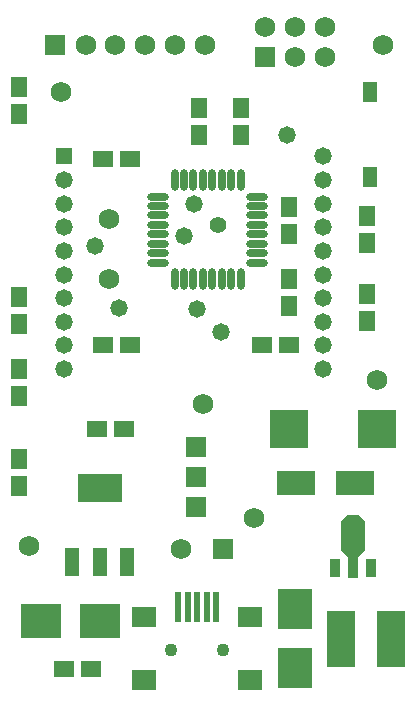
<source format=gts>
%FSLAX25Y25*%
%MOIN*%
G70*
G01*
G75*
G04 Layer_Color=8388736*
%ADD10R,0.05000X0.06000*%
%ADD11R,0.06000X0.05000*%
%ADD12R,0.04331X0.08465*%
%ADD13R,0.04331X0.08465*%
%ADD14R,0.13780X0.08465*%
%ADD15R,0.08661X0.17716*%
%ADD16R,0.07087X0.06299*%
%ADD17R,0.01575X0.09449*%
%ADD18R,0.03937X0.05906*%
%ADD19R,0.12598X0.11024*%
%ADD20R,0.02756X0.05315*%
%ADD21R,0.02756X0.07087*%
G04:AMPARAMS|DCode=22|XSize=74.8mil|YSize=129.92mil|CornerRadius=0mil|HoleSize=0mil|Usage=FLASHONLY|Rotation=0.000|XOffset=0mil|YOffset=0mil|HoleType=Round|Shape=Octagon|*
%AMOCTAGOND22*
4,1,8,-0.01870,0.06496,0.01870,0.06496,0.03740,0.04626,0.03740,-0.04626,0.01870,-0.06496,-0.01870,-0.06496,-0.03740,-0.04626,-0.03740,0.04626,-0.01870,0.06496,0.0*
%
%ADD22OCTAGOND22*%

%ADD23R,0.11024X0.12598*%
%ADD24R,0.11811X0.11811*%
%ADD25R,0.11811X0.07087*%
%ADD26O,0.01772X0.06496*%
%ADD27O,0.06496X0.01772*%
%ADD28C,0.01969*%
%ADD29C,0.01181*%
%ADD30C,0.01772*%
%ADD31C,0.06000*%
%ADD32R,0.06000X0.06000*%
%ADD33R,0.06000X0.06000*%
%ADD34R,0.05906X0.05906*%
%ADD35C,0.05000*%
%ADD36R,0.05000X0.05000*%
%ADD37C,0.04724*%
%ADD38C,0.03543*%
%ADD39C,0.00984*%
%ADD40C,0.01000*%
%ADD41C,0.02362*%
%ADD42C,0.01200*%
%ADD43C,0.01378*%
%ADD44C,0.00787*%
%ADD45C,0.00394*%
%ADD46C,0.00606*%
%ADD47C,0.00591*%
%ADD48R,0.05800X0.06800*%
%ADD49R,0.06800X0.05800*%
%ADD50R,0.05131X0.09265*%
%ADD51R,0.05131X0.09265*%
%ADD52R,0.14579X0.09265*%
%ADD53R,0.09461X0.18517*%
%ADD54R,0.07887X0.07099*%
%ADD55R,0.02375X0.10249*%
%ADD56R,0.04737X0.06706*%
%ADD57R,0.13398X0.11824*%
%ADD58R,0.03556X0.06115*%
%ADD59R,0.03556X0.07887*%
G04:AMPARAMS|DCode=60|XSize=82.8mil|YSize=137.92mil|CornerRadius=0mil|HoleSize=0mil|Usage=FLASHONLY|Rotation=0.000|XOffset=0mil|YOffset=0mil|HoleType=Round|Shape=Octagon|*
%AMOCTAGOND60*
4,1,8,-0.02070,0.06896,0.02070,0.06896,0.04140,0.04826,0.04140,-0.04826,0.02070,-0.06896,-0.02070,-0.06896,-0.04140,-0.04826,-0.04140,0.04826,-0.02070,0.06896,0.0*
%
%ADD60OCTAGOND60*%

%ADD61R,0.11824X0.13398*%
%ADD62R,0.12611X0.12611*%
%ADD63R,0.12611X0.07887*%
%ADD64O,0.02572X0.07296*%
%ADD65O,0.07296X0.02572*%
%ADD66C,0.06800*%
%ADD67R,0.06800X0.06800*%
%ADD68R,0.06800X0.06800*%
%ADD69R,0.06706X0.06706*%
%ADD70C,0.05800*%
%ADD71R,0.05800X0.05800*%
%ADD72C,0.05524*%
%ADD73C,0.04343*%
D48*
X8000Y206000D02*
D03*
Y197000D02*
D03*
X124000Y128000D02*
D03*
Y137000D02*
D03*
X98000Y142000D02*
D03*
Y133000D02*
D03*
X82000Y190000D02*
D03*
Y199000D02*
D03*
X124000Y154000D02*
D03*
Y163000D02*
D03*
X8000Y82000D02*
D03*
Y73000D02*
D03*
X68000Y190000D02*
D03*
Y199000D02*
D03*
X98000Y166000D02*
D03*
Y157000D02*
D03*
X8000Y136000D02*
D03*
Y127000D02*
D03*
Y112000D02*
D03*
Y103000D02*
D03*
D49*
X43000Y92000D02*
D03*
X34000D02*
D03*
X98000Y120000D02*
D03*
X89000D02*
D03*
X23000Y12000D02*
D03*
X32000D02*
D03*
X36000Y120000D02*
D03*
X45000D02*
D03*
X36000Y182000D02*
D03*
X45000D02*
D03*
D50*
X25945Y47795D02*
D03*
X44055D02*
D03*
D51*
X35000D02*
D03*
D52*
Y72205D02*
D03*
D53*
X132000Y22000D02*
D03*
X115465D02*
D03*
D54*
X85216Y8195D02*
D03*
X49784D02*
D03*
Y29455D02*
D03*
X85216D02*
D03*
D55*
X61201Y32605D02*
D03*
X64350D02*
D03*
X67500D02*
D03*
X70650D02*
D03*
X73799D02*
D03*
D56*
X125000Y176000D02*
D03*
Y204346D02*
D03*
D57*
X35000Y28000D02*
D03*
X15315D02*
D03*
D58*
X125406Y45537D02*
D03*
X113594D02*
D03*
D59*
X119500Y46423D02*
D03*
D60*
X119500Y56463D02*
D03*
D61*
X100000Y32000D02*
D03*
Y12315D02*
D03*
D62*
X98000Y92000D02*
D03*
X127528D02*
D03*
D63*
X120000Y74000D02*
D03*
X100315D02*
D03*
D64*
X59976Y175035D02*
D03*
X63126D02*
D03*
X66276D02*
D03*
X69425D02*
D03*
X72575D02*
D03*
X75724D02*
D03*
X78874D02*
D03*
X82024D02*
D03*
Y141965D02*
D03*
X78874D02*
D03*
X75724D02*
D03*
X72575D02*
D03*
X69425D02*
D03*
X66276D02*
D03*
X63126D02*
D03*
X59976D02*
D03*
D65*
X87535Y169524D02*
D03*
Y166374D02*
D03*
Y163224D02*
D03*
Y160075D02*
D03*
Y156925D02*
D03*
Y153776D02*
D03*
Y150626D02*
D03*
Y147476D02*
D03*
X54465D02*
D03*
Y150626D02*
D03*
Y153776D02*
D03*
Y156925D02*
D03*
Y160075D02*
D03*
Y163224D02*
D03*
Y166374D02*
D03*
Y169524D02*
D03*
D66*
X110000Y226000D02*
D03*
Y216000D02*
D03*
X100000Y226000D02*
D03*
Y216000D02*
D03*
X90000Y226000D02*
D03*
X62220Y52000D02*
D03*
X38000Y142000D02*
D03*
Y162000D02*
D03*
X70000Y220000D02*
D03*
X60000D02*
D03*
X50000D02*
D03*
X40000D02*
D03*
X30500D02*
D03*
X127500Y108500D02*
D03*
X22000Y204500D02*
D03*
X11500Y53000D02*
D03*
X69500Y100500D02*
D03*
X86500Y62500D02*
D03*
X129500Y220000D02*
D03*
D67*
X90000Y216000D02*
D03*
X76000Y52000D02*
D03*
D68*
X20000Y220000D02*
D03*
D69*
X67000Y66000D02*
D03*
Y76000D02*
D03*
Y86000D02*
D03*
D70*
X109614Y182866D02*
D03*
Y174992D02*
D03*
Y167118D02*
D03*
Y159244D02*
D03*
Y151370D02*
D03*
Y143496D02*
D03*
Y135622D02*
D03*
Y127748D02*
D03*
Y119874D02*
D03*
Y112000D02*
D03*
X23000D02*
D03*
Y119874D02*
D03*
Y127748D02*
D03*
Y135622D02*
D03*
Y143496D02*
D03*
Y151370D02*
D03*
Y159244D02*
D03*
Y167118D02*
D03*
Y174992D02*
D03*
X67500Y132000D02*
D03*
X75500Y124500D02*
D03*
X97500Y190000D02*
D03*
X66500Y167000D02*
D03*
X63000Y156500D02*
D03*
X41500Y132500D02*
D03*
X33500Y153000D02*
D03*
D71*
X23000Y182866D02*
D03*
D72*
X74500Y160000D02*
D03*
D73*
X58839Y18432D02*
D03*
X76161D02*
D03*
M02*

</source>
